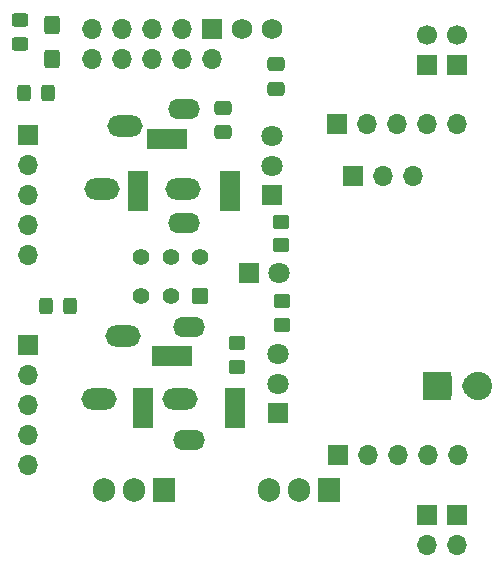
<source format=gbr>
%TF.GenerationSoftware,KiCad,Pcbnew,8.0.4*%
%TF.CreationDate,2024-08-25T20:22:04-07:00*%
%TF.ProjectId,Croissant_Protoboard,43726f69-7373-4616-9e74-5f50726f746f,rev?*%
%TF.SameCoordinates,Original*%
%TF.FileFunction,Soldermask,Bot*%
%TF.FilePolarity,Negative*%
%FSLAX46Y46*%
G04 Gerber Fmt 4.6, Leading zero omitted, Abs format (unit mm)*
G04 Created by KiCad (PCBNEW 8.0.4) date 2024-08-25 20:22:04*
%MOMM*%
%LPD*%
G01*
G04 APERTURE LIST*
G04 Aperture macros list*
%AMRoundRect*
0 Rectangle with rounded corners*
0 $1 Rounding radius*
0 $2 $3 $4 $5 $6 $7 $8 $9 X,Y pos of 4 corners*
0 Add a 4 corners polygon primitive as box body*
4,1,4,$2,$3,$4,$5,$6,$7,$8,$9,$2,$3,0*
0 Add four circle primitives for the rounded corners*
1,1,$1+$1,$2,$3*
1,1,$1+$1,$4,$5*
1,1,$1+$1,$6,$7*
1,1,$1+$1,$8,$9*
0 Add four rect primitives between the rounded corners*
20,1,$1+$1,$2,$3,$4,$5,0*
20,1,$1+$1,$4,$5,$6,$7,0*
20,1,$1+$1,$6,$7,$8,$9,0*
20,1,$1+$1,$8,$9,$2,$3,0*%
G04 Aperture macros list end*
%ADD10R,1.700000X1.700000*%
%ADD11O,1.700000X1.700000*%
%ADD12R,1.800000X1.800000*%
%ADD13C,1.800000*%
%ADD14R,1.905000X2.000000*%
%ADD15O,1.905000X2.000000*%
%ADD16RoundRect,0.250000X-0.620000X-0.620000X0.620000X-0.620000X0.620000X0.620000X-0.620000X0.620000X0*%
%ADD17C,1.740000*%
%ADD18R,1.800000X3.500000*%
%ADD19R,3.500000X1.800000*%
%ADD20O,2.700000X1.700000*%
%ADD21C,1.700000*%
%ADD22R,2.400000X2.400000*%
%ADD23C,2.400000*%
%ADD24RoundRect,0.250000X0.450000X0.450000X-0.450000X0.450000X-0.450000X-0.450000X0.450000X-0.450000X0*%
%ADD25C,1.400000*%
%ADD26C,0.100000*%
%ADD27O,3.000000X1.800000*%
%ADD28RoundRect,0.250000X0.325000X0.450000X-0.325000X0.450000X-0.325000X-0.450000X0.325000X-0.450000X0*%
%ADD29RoundRect,0.250000X0.475000X-0.337500X0.475000X0.337500X-0.475000X0.337500X-0.475000X-0.337500X0*%
%ADD30RoundRect,0.250000X-0.425000X0.537500X-0.425000X-0.537500X0.425000X-0.537500X0.425000X0.537500X0*%
%ADD31RoundRect,0.250000X-0.450000X0.325000X-0.450000X-0.325000X0.450000X-0.325000X0.450000X0.325000X0*%
%ADD32RoundRect,0.250000X-0.325000X-0.450000X0.325000X-0.450000X0.325000X0.450000X-0.325000X0.450000X0*%
%ADD33RoundRect,0.250000X-0.450000X0.350000X-0.450000X-0.350000X0.450000X-0.350000X0.450000X0.350000X0*%
%ADD34RoundRect,0.250000X0.450000X-0.350000X0.450000X0.350000X-0.450000X0.350000X-0.450000X-0.350000X0*%
%ADD35RoundRect,0.250000X-0.475000X0.337500X-0.475000X-0.337500X0.475000X-0.337500X0.475000X0.337500X0*%
G04 APERTURE END LIST*
D10*
%TO.C,P2*%
X65540000Y-49000000D03*
D11*
X65540000Y-51540000D03*
X55380000Y-49000000D03*
X55380000Y-51540000D03*
X63000000Y-49000000D03*
X60460000Y-49000000D03*
X57920000Y-49000000D03*
X63000000Y-51540000D03*
X60460000Y-51540000D03*
X57920000Y-51540000D03*
%TD*%
D12*
%TO.C,D6*%
X68671500Y-69634025D03*
D13*
X71211500Y-69634025D03*
%TD*%
D14*
%TO.C,U1*%
X75510324Y-87983999D03*
D15*
X72970324Y-87983999D03*
X70430324Y-87983999D03*
%TD*%
D10*
%TO.C,J5*%
X77472723Y-61460000D03*
D11*
X80012723Y-61460000D03*
X82552723Y-61460000D03*
%TD*%
D16*
%TO.C,P1*%
X65540000Y-49000000D03*
D17*
X68080000Y-49000000D03*
X70620000Y-49000000D03*
%TD*%
D18*
%TO.C,J4*%
X59718449Y-81100156D03*
D19*
X62218449Y-76700156D03*
D18*
X67518449Y-81100156D03*
%TD*%
D20*
%TO.C,RV1*%
X63188260Y-65385027D03*
X63188260Y-55785027D03*
D12*
X70688260Y-63085027D03*
D13*
X70688260Y-60585027D03*
X70688260Y-58085027D03*
%TD*%
D21*
%TO.C,P9*%
X86357855Y-49530000D03*
D10*
X86357855Y-52070000D03*
%TD*%
D22*
%TO.C,J7*%
X84597376Y-79246295D03*
D23*
X88097376Y-79246295D03*
%TD*%
D10*
%TO.C,P8*%
X83814110Y-90170000D03*
D11*
X83814110Y-92710000D03*
%TD*%
D10*
%TO.C,P10*%
X86360000Y-90176713D03*
D11*
X86360000Y-92716713D03*
%TD*%
D10*
%TO.C,A1*%
X76191276Y-57069118D03*
D11*
X78731276Y-57069118D03*
X81271276Y-57069118D03*
X83811276Y-57069118D03*
X86351276Y-57069118D03*
%TD*%
D21*
%TO.C,P7*%
X83811276Y-49540868D03*
D10*
X83811276Y-52080868D03*
%TD*%
%TO.C,A4*%
X50000000Y-75714262D03*
D11*
X50000000Y-78254262D03*
X50000000Y-80794262D03*
X50000000Y-83334262D03*
X50000000Y-85874262D03*
%TD*%
D10*
%TO.C,A2*%
X76208801Y-85090000D03*
D11*
X78748801Y-85090000D03*
X81288801Y-85090000D03*
X83828801Y-85090000D03*
X86368801Y-85090000D03*
%TD*%
D10*
%TO.C,A3*%
X50013691Y-57939292D03*
D11*
X50013691Y-60479292D03*
X50013691Y-63019292D03*
X50013691Y-65559292D03*
X50013691Y-68099292D03*
%TD*%
D24*
%TO.C,SW1*%
X64582831Y-71624680D03*
D25*
X62082831Y-71624680D03*
X59582831Y-71624680D03*
X59582831Y-68324680D03*
X62082831Y-68324680D03*
X64582831Y-68324680D03*
%TD*%
D20*
%TO.C,RV2*%
X63656922Y-83813864D03*
X63656922Y-74213864D03*
D12*
X71156922Y-81513864D03*
D13*
X71156922Y-79013864D03*
X71156922Y-76513864D03*
%TD*%
D14*
%TO.C,U2*%
X61503159Y-87983999D03*
D15*
X58963159Y-87983999D03*
X56423159Y-87983999D03*
%TD*%
D26*
%TO.C,J1*%
X55591109Y-59859364D03*
X61741109Y-59859364D03*
D27*
X58251109Y-57209364D03*
X56297109Y-62509364D03*
X63155109Y-62509364D03*
%TD*%
D18*
%TO.C,J3*%
X59292981Y-62697583D03*
D19*
X61792981Y-58297583D03*
D18*
X67092981Y-62697583D03*
%TD*%
D26*
%TO.C,J2*%
X55340000Y-77650000D03*
X61490000Y-77650000D03*
D27*
X58000000Y-75000000D03*
X56046000Y-80300000D03*
X62904000Y-80300000D03*
%TD*%
D10*
%TO.C,J6*%
X85090000Y-79240686D03*
D11*
X87630000Y-79240686D03*
%TD*%
D28*
%TO.C,D5*%
X53569020Y-72460861D03*
X51519020Y-72460861D03*
%TD*%
D29*
%TO.C,C2*%
X71000000Y-54037500D03*
X71000000Y-51962500D03*
%TD*%
D30*
%TO.C,C1*%
X51995534Y-48684028D03*
X51995534Y-51559028D03*
%TD*%
D31*
%TO.C,D3*%
X49342599Y-48248883D03*
X49342599Y-50298883D03*
%TD*%
D32*
%TO.C,D2*%
X49656664Y-54405004D03*
X51706664Y-54405004D03*
%TD*%
D33*
%TO.C,R3*%
X67718449Y-75600156D03*
X67718449Y-77600156D03*
%TD*%
D34*
%TO.C,R1*%
X71378594Y-67309837D03*
X71378594Y-65309837D03*
%TD*%
D33*
%TO.C,R2*%
X71506398Y-72015774D03*
X71506398Y-74015774D03*
%TD*%
D35*
%TO.C,C4*%
X66507112Y-55678562D03*
X66507112Y-57753562D03*
%TD*%
M02*

</source>
